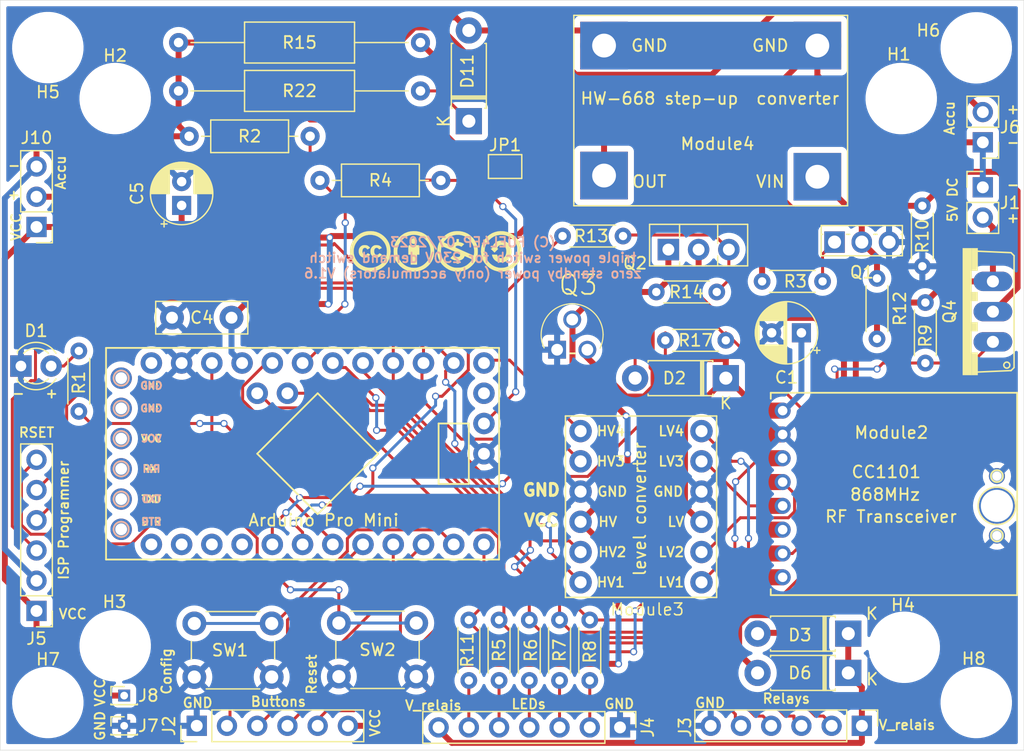
<source format=kicad_pcb>
(kicad_pcb (version 20211014) (generator pcbnew)
  (title_block (title "HB-UNI-SenAct-4-4-SC_DS_FUEL4EP_PCB") (date "2023-07-28") (rev "1.6") (company "FUEL4EP"))
  (layers (0 "F.Cu" signal) (31 "B.Cu" signal) (34 "B.Paste" user) (35 "F.Paste" user) (36 "B.SilkS" user "B.Silkscreen") (37 "F.SilkS" user "F.Silkscreen") (38 "B.Mask" user) (39 "F.Mask" user) (44 "Edge.Cuts" user))
  (net 0 "")
  (net 1 "GND")
  (net 2 "/LDO_3.3V")
  (net 3 "VCC")
  (net 4 "Net-(D1-Pad2)")
  (net 5 "Net-(D2-Pad2)")
  (net 6 "/V_relais")
  (net 7 "/minusBAT")
  (net 8 "Net-(D11-Pad1)")
  (net 9 "/D9")
  (net 10 "/D7")
  (net 11 "/D6")
  (net 12 "/D5")
  (net 13 "/A3")
  (net 14 "/A1")
  (net 15 "/A0")
  (net 16 "/RSET")
  (net 17 "/MISO")
  (net 18 "/SCK")
  (net 19 "/MOSI")
  (net 20 "/plusBAT")
  (net 21 "/SS")
  (net 27 "/D2")
  (net 28 "/D3")
  (net 29 "Net-(Module1-Pad7C)")
  (net 37 "Net-(Module2-Pad5C)")
  (net 38 "Net-(Module2-Pad4C)")
  (net 39 "Net-(Module2-Pad3C)")
  (net 40 "Net-(Module2-Pad8C)")
  (net 41 "Net-(Q1-Pad1)")
  (net 42 "Net-(Q2-Pad3)")
  (net 43 "/A6")
  (net 44 "/A5")
  (net 45 "/A4")
  (net 46 "/Config")
  (net 47 "/LED_Charging")
  (net 48 "/LED_Heating")
  (net 49 "/LED_Monitor")
  (net 50 "/LED_Hifiberry")
  (net 51 "/LED_AC_supply")
  (net 52 "/V_supply")
  (net 53 "/V_CH")
  (net 54 "/VCC_S")
  (net 56 "unconnected-(Module2-Pad6C)")
  (net 57 "/A2")
  (net 58 "/Vcharge")
  (footprint "Capacitor_THT:C_Disc_D7.5mm_W2.5mm_P5.00mm" (layer "F.Cu") (at 19.431 -36.33 180)
    (fp_text reference "C4")
    (fp_text value "100n")
  )
  (footprint "Capacitor_THT:CP_Radial_D5.0mm_P2.00mm" (layer "F.Cu") (at 15.24 -45.76 90)
    (fp_text reference "C5")
    (fp_text value "10u")
  )
  (footprint "LED_THT:LED_D3.0mm" (layer "F.Cu") (at 1.738 -32.266)
    (fp_text reference "D1")
    (fp_text value "LED")
  )
  (footprint "Diode_THT:D_DO-41_SOD81_P7.62mm_Horizontal" (layer "F.Cu") (at 60.96 -31.25 180)
    (fp_text reference "D2")
    (fp_text value "1N5819")
  )
  (footprint "Diode_THT:D_DO-41_SOD81_P7.62mm_Horizontal" (layer "F.Cu") (at 71.247 -9.787 180)
    (fp_text reference "D3")
    (fp_text value "1N5819")
  )
  (footprint "Diode_THT:D_DO-41_SOD81_P7.62mm_Horizontal" (layer "F.Cu") (at 71.247 -6.485 180)
    (fp_text reference "D6")
    (fp_text value "1N5819")
  )
  (footprint "Diode_THT:D_DO-41_SOD81_P7.62mm_Horizontal" (layer "F.Cu") (at 39.37 -52.84 90)
    (fp_text reference "D11")
    (fp_text value "1N4735A 6.2V")
  )
  (footprint "FUEL4EP:MountingHole_M3" (layer "F.Cu") (at 75.697 -54.739)
    (fp_text reference "H1")
    (fp_text value "MountingHole")
  )
  (footprint "FUEL4EP:MountingHole_M3" (layer "F.Cu") (at 9.657 -8.765)
    (fp_text reference "H3")
    (fp_text value "MountingHole")
  )
  (footprint "FUEL4EP:MountingHole_M3" (layer "F.Cu") (at 75.951 -8.638)
    (fp_text reference "H4")
    (fp_text value "MountingHole")
  )
  (footprint "Connector_PinHeader_2.54mm:PinHeader_1x06_P2.54mm_Vertical" (layer "F.Cu") (at 16.51 -2.04 90)
    (fp_text reference "J2")
    (fp_text value "4x Push Buttons")
  )
  (footprint "Connector_PinHeader_2.54mm:PinHeader_1x07_P2.54mm_Vertical" (layer "F.Cu") (at 52.07 -1.907 -90)
    (fp_text reference "J4")
    (fp_text value "5x LEDs")
  )
  (footprint "Connector_PinHeader_2.54mm:PinHeader_1x06_P2.54mm_Vertical" (layer "F.Cu") (at 3.048 -11.692 180)
    (fp_text reference "J5")
    (fp_text value "ISP Programmer")
  )
  (footprint "Connector_PinHeader_2.54mm:PinHeader_1x02_P2.54mm_Vertical" (layer "F.Cu") (at 82.55 -51.062 180)
    (fp_text reference "J6")
    (fp_text value "Accumulator")
  )
  (footprint "Connector_PinHeader_2.54mm:PinHeader_1x03_P2.54mm_Vertical" (layer "F.Cu") (at 3.048 -43.95 180)
    (fp_text reference "J10")
    (fp_text value "charge")
  )
  (footprint "Jumper:SolderJumper-2_P1.3mm_Bridged2Bar_Pad1.0x1.5mm" (layer "F.Cu") (at 42.418 -49.03)
    (fp_text reference "JP1")
    (fp_text value "Jumper")
  )
  (footprint "FUEL4EP:CC-BY-ND-SA" (layer "F.Cu") (at 36.576 -41.918)
    (fp_text reference "LOGO1" hide)
    (fp_text value "Logo_Open_Hardware_Small" hide)
  )
  (footprint "FUEL4EP:CC1101" (layer "F.Cu") (at 63.235 -30.02)
    (fp_text reference "Module2")
    (fp_text value "CC1101_transceiver_module")
  )
  (footprint "Package_TO_SOT_THT:TO-251-3_Vertical" (layer "F.Cu") (at 70.093 -42.68)
    (fp_text reference "Q1")
    (fp_text value "IRLU024N")
  )
  (footprint "Resistor_THT:R_Axial_DIN0204_L3.6mm_D1.6mm_P5.08mm_Horizontal" (layer "F.Cu") (at 6.604 -33.536 -90)
    (fp_text reference "R1")
    (fp_text value "330")
  )
  (footprint "Resistor_THT:R_Axial_DIN0207_L6.3mm_D2.5mm_P10.16mm_Horizontal" (layer "F.Cu") (at 26.035 -51.57 180)
    (fp_text reference "R2")
    (fp_text value "470k")
  )
  (footprint "Resistor_THT:R_Axial_DIN0204_L3.6mm_D1.6mm_P5.08mm_Horizontal" (layer "F.Cu") (at 52.324 -43.188 180)
    (fp_text reference "R13")
    (fp_text value "1k")
  )
  (footprint "Resistor_THT:R_Axial_DIN0204_L3.6mm_D1.6mm_P5.08mm_Horizontal" (layer "F.Cu") (at 55.118 -38.489)
    (fp_text reference "R14")
    (fp_text value "1k")
  )
  (footprint "Resistor_THT:R_Axial_DIN0204_L3.6mm_D1.6mm_P5.08mm_Horizontal" (layer "F.Cu") (at 60.96 -34.425 180)
    (fp_text reference "R17")
    (fp_text value "10k")
  )
  (footprint "Resistor_THT:R_Axial_DIN0309_L9.0mm_D3.2mm_P20.32mm_Horizontal" (layer "F.Cu") (at 14.986 -55.38)
    (fp_text reference "R22")
    (fp_text value "2.7")
  )
  (footprint "Button_Switch_THT:SW_PUSH_6mm_H4.3mm" (layer "F.Cu") (at 22.808 -6.14 180)
    (fp_text reference "SW1")
    (fp_text value "SW_Push")
  )
  (footprint "FUEL4EP:MountingHole_M3" (layer "F.Cu") (at 9.657 -54.739)
    (fp_text reference "H2")
    (fp_text value "MountingHole")
  )
  (footprint "FUEL4EP:ArduinoProMini" (layer "F.Cu") (at 41.91 -16.01 180)
    (fp_text reference "Module1" hide)
    (fp_text value "Arduino_Pro_Mini_328P_1")
  )
  (footprint "Resistor_THT:R_Axial_DIN0204_L3.6mm_D1.6mm_P5.08mm_Horizontal" (layer "F.Cu") (at 64.008 -39.378)
    (fp_text reference "R3")
    (fp_text value "100K")
  )
  (footprint "Connector_PinHeader_2.54mm:PinHeader_1x02_P2.54mm_Vertical" (layer "F.Cu") (at 82.55 -47.282)
    (fp_text reference "J1")
    (fp_text value "5V  supply")
  )
  (footprint "FUEL4EP:TO220V" (layer "F.Cu") (at 80.858 -36.838 90)
    (fp_text reference "Q4")
    (fp_text value "IRF9Z34N")
  )
  (footprint "Resistor_THT:R_Axial_DIN0204_L3.6mm_D1.6mm_P5.08mm_Horizontal" (layer "F.Cu") (at 41.91 -10.93 -90)
    (fp_text reference "R5")
    (fp_text value "470")
  )
  (footprint "Resistor_THT:R_Axial_DIN0204_L3.6mm_D1.6mm_P5.08mm_Horizontal" (layer "F.Cu") (at 44.45 -10.93 -90)
    (fp_text reference "R6")
    (fp_text value "470")
  )
  (footprint "Resistor_THT:R_Axial_DIN0204_L3.6mm_D1.6mm_P5.08mm_Horizontal" (layer "F.Cu") (at 46.99 -10.93 -90)
    (fp_text reference "R7")
    (fp_text value "470")
  )
  (footprint "Resistor_THT:R_Axial_DIN0204_L3.6mm_D1.6mm_P5.08mm_Horizontal" (layer "F.Cu") (at 49.53 -10.93 -90)
    (fp_text reference "R8")
    (fp_text value "470")
  )
  (footprint "Resistor_THT:R_Axial_DIN0204_L3.6mm_D1.6mm_P5.08mm_Horizontal" (layer "F.Cu") (at 77.724 -37.6 -90)
    (fp_text reference "R9")
    (fp_text value "4.7k")
  )
  (footprint "Resistor_THT:R_Axial_DIN0204_L3.6mm_D1.6mm_P5.08mm_Horizontal" (layer "F.Cu") (at 77.47 -45.728 -90)
    (fp_text reference "R10")
    (fp_text value "1k")
  )
  (footprint "Resistor_THT:R_Axial_DIN0204_L3.6mm_D1.6mm_P5.08mm_Horizontal" (layer "F.Cu") (at 39.37 -10.93 -90)
    (fp_text reference "R11")
    (fp_text value "470")
  )
  (footprint "FUEL4EP:MountingHole_M3" (layer "F.Cu") (at 4 -59.02)
    (fp_text reference "H5")
    (fp_text value "MountingHole")
  )
  (footprint "FUEL4EP:MountingHole_M3" (layer "F.Cu") (at 4 -4)
    (fp_text reference "H7")
    (fp_text value "MountingHole")
  )
  (footprint "FUEL4EP:MountingHole_M3" (layer "F.Cu") (at 82 -4)
    (fp_text reference "H8")
    (fp_text value "MountingHole")
  )
  (footprint "Capacitor_THT:CP_Radial_D5.0mm_P2.50mm" (layer "F.Cu") (at 67.31 -35.06 180)
    (fp_text reference "C1")
    (fp_text value "10uF")
  )
  (footprint "FUEL4EP:MountingHole_M3" (layer "F.Cu") (at 82 -59)
    (fp_text reference "H6")
    (fp_text value "MountingHole")
  )
  (footprint "Connector_PinHeader_2.54mm:PinHeader_1x06_P2.54mm_Vertical" (layer "F.Cu") (at 72.39 -2.04 -90)
    (fp_text reference "J3")
    (fp_text value "4x Relais")
  )
  (footprint "Package_TO_SOT_THT:TO-126-3_Vertical" (layer "F.Cu") (at 56.134 -42.051)
    (fp_text reference "Q2")
    (fp_text value "BD238")
  )
  (footprint "FUEL4EP:4_channel_LOGIC_LEVEL_CONVERTER" (layer "F.Cu") (at 53.837 -20.449 180)
    (fp_text reference "Module3")
    (fp_text value "4_channel_LOGIC_LEVEL_CONVERTER" hide)
  )
  (footprint "Connector_PinHeader_1.27mm:PinHeader_1x01_P1.27mm_Vertical" (layer "F.Cu") (at 10.414 -2.04)
    (fp_text reference "J7")
    (fp_text value "GND")
  )
  (footprint "Resistor_THT:R_Axial_DIN0207_L6.3mm_D2.5mm_P10.16mm_Horizontal" (layer "F.Cu") (at 26.8605 -47.8616)
    (fp_text reference "R4")
    (fp_text value "100k")
  )
  (footprint "Button_Switch_THT:SW_PUSH_6mm_H4.3mm" (layer "F.Cu") (at 28.448 -10.676)
    (fp_text reference "SW2")
    (fp_text value "SW_Push")
  )
  (footprint "FUEL4EP:HW-668_step-up" (layer "F.Cu") (at 48.19 -61.73)
    (fp_text reference "Module4")
    (fp_text value "HW-668_step_up")
  )
  (footprint "FUEL4EP:TO127P254X533-3" (layer "F.Cu") (at 49.3268 -36.1776)
    (fp_text reference "Q3")
    (fp_text value "MCP1702-3302E/TO")
  )
  (footprint "Resistor_THT:R_Axial_DIN0309_L9.0mm_D3.2mm_P20.32mm_Horizontal" (layer "F.Cu") (at 14.986 -59.444)
    (fp_text reference "R15")
    (fp_text value "22")
  )
  (footprint "Connector_PinHeader_1.27mm:PinHeader_1x01_P1.27mm_Vertical" (layer "F.Cu") (at 10.414 -4.58)
    (fp_text reference "J8")
    (fp_text value "VCC")
  )
  (footprint "Resistor_THT:R_Axial_DIN0204_L3.6mm_D1.6mm_P5.08mm_Horizontal" (layer "F.Cu") (at 73.66 -39.632 -90)
    (fp_text reference "R12")
    (fp_text value "4.7k")
  )
  (gr_line (start 0 0) (end 0 -63) (layer "Edge.Cuts") (width 0.0381))
  (gr_line (start 0 -63) (end 86 -63) (layer "Edge.Cuts") (width 0.0381))
  (gr_line (start 86 -63) (end 86 0) (layer "Edge.Cuts") (width 0.0381))
  (gr_line (start 86 0) (end 0 0) (layer "Edge.Cuts") (width 0.0381))
  (gr_text "(C) FUEL4EP 07/2023\ntriple power switch for 230V demand switch\nzero standby power (only accumulators) V1.6" (at 39.7002 -41.3592) (layer "B.SilkS") (effects (font (size 0.8128 0.8128) (thickness 0.1524)) (justify mirror)))
  (gr_text "GND" (at 59.6392 -3.9704) (layer "F.SilkS") (effects (font (size 0.8128 0.8128) (thickness 0.1524))))
  (gr_text "V_relais\n" (at 76.1746 -2.1162) (layer "F.SilkS") (effects (font (size 0.8128 0.8128) (thickness 0.1524))))
  (gr_text "-\n" (at 1.524 -29.98) (layer "F.SilkS") (effects (font (size 0.8128 0.8128) (thickness 0.1524))))
  (gr_text "VCC\n" (at 31.496 -2.294 90) (layer "F.SilkS") (effects (font (size 0.8128 0.8128) (thickness 0.1524))))
  (gr_text "GND" (at 45.466 -21.852) (layer "F.SilkS") (effects (font (size 1 1) (thickness 0.25))))
  (gr_text "V_relais\n" (at 36.3855 -3.7545) (layer "F.SilkS") (effects (font (size 0.8128 0.8128) (thickness 0.1524))))
  (gr_text "Buttons" (at 23.368 -4.072) (layer "F.SilkS") (effects (font (size 0.8128 0.8128) (thickness 0.1524))))
  (gr_text "VCC" (at 1.3462 -43.95 90) (layer "F.SilkS") (effects (font (size 0.8128 0.8128) (thickness 0.1524))))
  (gr_text "VCC" (at 6.096 -11.438) (layer "F.SilkS") (effects (font (size 0.8128 0.8128) (thickness 0.1524))))
  (gr_text "+\n" (at 4.318 -29.98) (layer "F.SilkS") (effects (font (size 0.8128 0.8128) (thickness 0.1524))))
  (gr_text "LEDs" (at 44.3992 -3.8688) (layer "F.SilkS") (effects (font (size 0.8128 0.8128) (thickness 0.1524))))
  (gr_text "-" (at 85.09 -51.062) (layer "F.SilkS") (effects (font (size 0.8128 0.8128) (thickness 0.1524))))
  (gr_text "GND" (at 8.382 -2.04 90) (layer "F.SilkS") (effects (font (size 0.8128 0.8128) (thickness 0.1524))))
  (gr_text "Accu" (at 5.08 -48.522 90) (layer "F.SilkS") (effects (font (size 0.8128 0.8128) (thickness 0.1524))))
  (gr_text "RSET" (at 3.048 -26.678) (layer "F.SilkS") (effects (font (size 0.8128 0.8128) (thickness 0.1524))))
  (gr_text "+\n" (at 85.09 -44.712) (layer "F.SilkS") (effects (font (size 0.8128 0.8128) (thickness 0.1524))))
  (gr_text "ISP Programmer\n" (at 5.334 -19.312 90) (layer "F.SilkS") (effects (font (size 0.8128 0.8128) (thickness 0.1524))))
  (gr_text "Relays" (at 66.04 -4.326) (layer "F.SilkS") (effects (font (size 0.8128 0.8128) (thickness 0.1524))))
  (gr_text "GND" (at 52.0065 -3.8815) (layer "F.SilkS") (effects (font (size 0.8128 0.8128) (thickness 0.1524))))
  (gr_text "-" (at 1.1684 -49.1316) (layer "F.SilkS") (effects (font (size 0.8128 0.8128) (thickness 0.1524))))
  (gr_text "Accu" (at 79.756 -53.094 90) (layer "F.SilkS") (effects (font (size 0.8128 0.8128) (thickness 0.1524))))
  (gr_text "VCC\n" (at 8.382 -4.834 90) (layer "F.SilkS") (effects (font (size 0.8128 0.8128) (thickness 0.1524))))
  (gr_text "Config\n" (at 13.97 -6.612 90) (layer "F.SilkS") (effects (font (size 0.8128 0.8128) (thickness 0.1524))))
  (gr_text "Reset\n" (at 26.162 -6.358 90) (layer "F.SilkS") (effects (font (size 0.8128 0.8128) (thickness 0.1524))))
  (gr_text "-" (at 85.09 -47.506) (layer "F.SilkS") (effects (font (size 0.8128 0.8128) (thickness 0.1524))))
  (gr_text "+\n" (at 85.09 -53.856) (layer "F.SilkS") (effects (font (size 0.8128 0.8128) (thickness 0.1524))))
  (gr_text "GND" (at 16.5862 -3.9704) (layer "F.SilkS") (effects (font (size 0.8128 0.8128) (thickness 0.1524))))
  (gr_text "5V DC" (at 80.01 -46.236 90) (layer "F.SilkS") (effects (font (size 0.8128 0.8128) (thickness 0.1524))))
  (gr_text "VCC\n" (at 45.466 -19.312) (layer "F.SilkS") (effects (font (size 1 1) (thickness 0.25))))
  (gr_text "+\n" (at 1.143 -46.6678) (layer "F.SilkS") (effects (font (size 0.8128 0.8128) (thickness 0.1524))))
  (segment (start 65.735 -26.52) (end 64.801 -26.52) (width 0.5) (layer "F.Cu") (net 1))
  (segment (start 65.735 -28.52) (end 64.349998 -28.52) (width 0.5) (layer "F.Cu") (net 2))
  (segment (start 63.817 -28.52) (end 61.087 -31.25) (width 0.5) (layer "F.Cu") (net 2))
  (segment (start 54.890001 -31.994001) (end 54.890001 -30.505999) (width 0.5) (layer "F.Cu") (net 2))
  (segment (start 57.527199 -27.817199) (end 57.527199 -20.458801) (width 0.5) (layer "F.Cu") (net 2))
  (segment (start 64.735 -28.52) (end 63.817 -28.52) (width 0.5) (layer "F.Cu") (net 2))
  (segment (start 55.327999 -36.210001) (end 54.729999 -35.612001) (width 0.5) (layer "F.Cu") (net 2))
  (segment (start 54.084001 -29.699999) (end 52.595999 -29.699999) (width 0.5) (layer "F.Cu") (net 2))
  (segment (start 54.729999 -35.612001) (end 54.729999 -32.154003) (width 0.5) (layer "F.Cu") (net 2))
  (segment (start 60.96 -32.85) (end 59.36 -32.85) (width 0.5) (layer "F.Cu") (net 2))
  (segment (start 54.890001 -30.505999) (end 54.084001 -29.699999) (width 0.5) (layer "F.Cu") (net 2))
  (segment (start 60.96 -31.25) (end 57.527199 -27.817199) (width 0.5) (layer "F.Cu") (net 2))
  (segment (start 59.36 -32.85) (end 57.599999 -34.610001) (width 0.5) (layer "F.Cu") (net 2))
  (segment (start 60.96 -31.25) (end 60.96 -32.85) (width 0.5) (layer "F.Cu") (net 2))
  (segment (start 57.599999 -36.210001) (end 55.327999 -36.210001) (width 0.5) (layer "F.Cu") (net 2))
  (segment (start 57.599999 -34.610001) (end 57.599999 -36.210001) (width 0.5) (layer "F.Cu") (net 2))
  (segment (start 54.729999 -32.154003) (end 54.890001 -31.994001) (width 0.5) (layer "F.Cu") (net 2))
  (segment (start 52.595999 -29.699999) (end 49.022 -33.273998) (width 0.5) (layer "F.Cu") (net 2))
  (segment (start 57.527199 -20.458801) (end 58.801 -19.185) (width 0.5) (layer "F.Cu") (net 2))
  (segment (start 67.31 -29.98) (end 65.786 -28.456) (width 0.5) (layer "B.Cu") (net 2))
  (segment (start 67.31 -35.06) (end 67.31 -29.98) (width 0.5) (layer "B.Cu") (net 2))
  (segment (start 56.134 -39.505) (end 55.118 -38.489) (width 0.5) (layer "F.Cu") (net 3))
  (segment (start 62.745001 -44.196999) (end 64.008 -42.934) (width 0.5) (layer "F.Cu") (net 3))
  (segment (start 51.943002 -7.247) (end 38.41161 -7.247) (width 0.5) (layer "F.Cu") (net 3))
  (segment (start 20.574 -37.473) (end 27.134736 -37.473) (width 0.5) (layer "F.Cu") (net 3))
  (segment (start 27.813001 -43.188) (end 43.434 -43.188) (width 0.5) (layer "F.Cu") (net 3))
  (segment (start 27.686001 -43.061) (end 16.256 -43.061) (width 0.5) (layer "F.Cu") (net 3))
  (segment (start 48.076699 -32.576301) (end 48.076699 -36.005301) (width 0.5) (layer "F.Cu") (net 3))
  (segment (start 51.943 -15.993) (end 51.943 -11.555) (width 0.5) (layer "F.Cu") (net 3))
  (segment (start 15.24 -45.76) (end 15.24 -44.077) (width 0.5) (layer "F.Cu") (net 3))
  (segment (start 33.20461 -2.04) (end 29.21 -2.04) (width 0.5) (layer "F.Cu") (net 3))
  (segment (start 52.705 -23.127) (end 52.705 -24.9) (width 0.5) (layer "F.Cu") (net 3))
  (segment (start 3.048 -10.342) (end 8.81 -4.58) (width 0.5) (layer "F.Cu") (net 3))
  (segment (start 8.81 -4.58) (end 10.414 -4.58) (width 0.5) (layer "F.Cu") (net 3))
  (segment (start 50.292 -45.474) (end 50.292 -38.489) (width 0.5) (layer "F.Cu") (net 3))
  (segment (start 38.41161 -7.247) (end 33.20461 -2.04) (width 0.5) (layer "F.Cu") (net 3))
  (segment (start 43.068 -48.126) (end 43.068 -49.03) (width 0.5) (layer "F.Cu") (net 3))
  (segment (start 50.292 -45.474) (end 45.72 -45.474) (width 0.5) (layer "F.Cu") (net 3))
  (segment (start 52.578 -28.075) (end 48.076699 -32.576301) (width 0.5) (layer "F.Cu") (net 3))
  (segment (start 53.34 -45.474) (end 50.292 -45.474) (width 0.5) (layer "F.Cu") (net 3))
  (segment (start 54.61 -44.204) (end 57.418002 -44.204) (width 0.5) (layer "F.Cu") (net 3))
  (segment (start 48.757 -19.179) (end 51.943 -15.993) (width 0.5) (layer "F.Cu") (net 3))
  (segment (start 27.134736 -37.473) (end 27.559 -37.473) (width 0.5) (layer "F.Cu") (net 3))
  (segment (start 27.686001 -43.061) (end 27.813001 -43.188) (width 0.5) (layer "F.Cu") (net 3))
  (segment (start 53.34 -45.474) (end 54.61 -44.204) (width 0.5) (layer "F.Cu") (net 3))
  (segment (start 57.411001 -44.196999) (end 62.745001 -44.196999) (width 0.5) (layer "F.Cu") (net 3))
  (segment (start 3.048 -11.692) (end 3.048 -10.342) (width 0.5) (layer "F.Cu") (net 3))
  (segment (start 48.757 -19.179) (end 52.705 -23.127) (width 0.5) (layer "F.Cu") (net 3))
  (segment (start 64.008 -42.934) (end 64.008 -39.378) (width 0.5) (layer "F.Cu") (net 3))
  (segment (start 45.72 -45.474) (end 43.068 -48.126) (width 0.5) (layer "F.Cu") (net 3))
  (segment (start 3.048 -43.95) (end 0.388 -41.29) (width 0.5) (layer "F.Cu") (net 3))
  (segment (start 0.388 -41.29) (end 0.388 -14.352) (width 0.5) (layer "F.Cu") (net 3))
  (segment (start 56.134 -42.051) (end 56.134 -39.505) (width 0.5) (layer "F.Cu") (net 3))
  (segment (start 19.558 -36.457) (end 20.574 -37.473) (width 0.5) (layer "F.Cu") (net 3))
  (segment (start 55.118 -38.489) (end 50.292 -38.489) (width 0.5) (layer "F.Cu") (net 3))
  (segment (start 0.388 -14.352) (end 3.048 -11.692) (width 0.5) (layer "F.Cu") (net 3))
  (segment (start 43.434 -43.188) (end 45.72 -45.474) (width 0.5) (layer "F.Cu") (net 3))
  (segment (start 57.418002 -44.204) (end 57.411001 -44.196999) (width 0.5) (layer "F.Cu") (net 3))
  (segment (start 50.292 -38.489) (end 48.006 -36.203) (width 0.5) (layer "F.Cu") (net 3))
  (segment (start 15.24 -44.077) (end 15.113 -43.95) (width 0.5) (layer "F.Cu") (net 3))
  (segment (start 16.256 -43.061) (end 15.24 -44.077) (width 0.5) (layer "F.Cu") (net 3))
  (segment (start 15.113 -43.95) (end 3.048 -43.95) (width 0.5) (layer "F.Cu") (net 3))
  (via (at 51.943002 -7.247) (size 0.6) (drill 0.4) (layers "F.Cu" "B.Cu") (net 3))
  (via (at 27.686001 -43.061) (size 0.6) (drill 0.4) (layers "F.Cu" "B.Cu") (net 3))
  (via (at 27.559 -37.473) (size 0.6) (drill 0.4) (layers "F.Cu" "B.Cu") (net 3))
  (via (at 51.943 -11.555) (size 0.6) (drill 0.4) (layers "F.Cu" "B.Cu") (net 3))
  (via (at 52.578 -28.075) (size 0.6) (drill 0.4) (layers "F.Cu" "B.Cu") (net 3))
  (via (at 52.705 -24.9) (size 0.6) (drill 0.4) (layers "F.Cu" "B.Cu") (net 3))
  (segment (start 27.686001 -37.600001) (end 27.559 -37.473) (width 0.5) (layer "B.Cu") (net 3))
  (segment (start 52.705 -24.9) (end 52.705 -27.948) (width 0.5) (layer "B.Cu") (net 3))
  (segment (start 19.431 -33.409) (end 20.32 -32.52) (width 0.5) (layer "B.Cu") (net 3))
  (segment (start 51.943 -11.555) (end 51.943 -7.247002) (width 0.5) (layer "B.Cu") (net 3))
  (segment (start 52.705 -27.948) (end 52.578 -28.075) (width 0.5) (layer "B.Cu") (net 3))
  (segment (start 19.431 -36.33) (end 19.431 -33.409) (width 0.5) (layer "B.Cu") (net 3))
  (segment (start 27.686001 -43.061) (end 27.686001 -37.600001) (width 0.5) (layer "B.Cu") (net 3))
  (segment (start 51.943 -7.247002) (end 51.943002 -7.247) (width 0.5) (layer "B.Cu") (net 3))
  (segment (start 5.334 -32.266) (end 4.278 -32.266) (width 0.25) (layer "F.Cu") (net 4))
  (segment (start 6.604 -33.536) (end 5.334 -32.266) (width 0.25) (layer "F.Cu") (net 4))
  (segment (start 60.96 -35.06) (end 67.691 -28.329) (width 0.25) (layer "F.Cu") (net 5))
  (segment (start 66.548 -16.518) (end 64.516 -16.518) (width 0.25) (layer "F.Cu") (net 5))
  (segment (start 67.691 -28.329) (end 67.691 -17.661) (width 0.25) (layer "F.Cu") (net 5))
  (segment (start 67.691 -17.661) (end 66.548 -16.518) (width 0.25) (layer "F.Cu") (net 5))
  (segment (start 58.674 -37.092) (end 60.96 -34.806) (width 0.25) (layer "F.Cu") (net 5))
  (segment (start 54.991 -37.092) (end 58.674 -37.092) (width 0.25) (layer "F.Cu") (net 5))
  (segment (start 53.34 -35.441) (end 54.991 -37.092) (width 0.25) (layer "F.Cu") (net 5))
  (segment (start 53.34 -31.25) (end 53.34 -35.441) (width 0.25) (layer "F.Cu") (net 5))
  (segment (start 71.247 -9.787) (end 71.247 -6.4215) (width 0.5) (layer "F.Cu") (net 6))
  (segment (start 72.39 -2.04) (end 72.39 -0.69) (width 0.5) (layer "F.Cu") (net 6))
  (segment (start 72.306999 -0.606999) (end 37.945501 -0.606999) (width 0.5) (layer "F.Cu") (net 6))
  (segment (start 72.39 -5.2785) (end 72.39 -2.167) (width 0.5) (layer "F.Cu") (net 6))
  (segment (start 37.945501 -0.606999) (end 36.8935 -1.659) (width 0.5) (layer "F.Cu") (net 6))
  (segment (start 71.247 -6.4215) (end 72.39 -5.2785) (width 0.5) (layer "F.Cu") (net 6))
  (segment (start 72.39 -0.69) (end 72.306999 -0.606999) (width 0.5) (layer "F.Cu") (net 6))
  (segment (start 73.66 -39.632) (end 73.66 -41.403) (width 0.5) (layer "F.Cu") (net 7))
  (segment (start 71.751 -44.712) (end 72.383 -44.08) (width 0.5) (layer "F.Cu") (net 7))
  (segment (start 72.383 -44.08) (end 72.383 -42.68) (width 0.5) (layer "F.Cu") (net 7))
  (segment (start 11.881803 -61.559999) (end 3.048 -52.726196) (width 0.5) (layer "F.Cu") (net 7))
  (segment (start 68.65 -56.69) (end 72.383 -52.957) (width 0.5) (layer "F.Cu") (net 7))
  (segment (start 68.65 -59.19) (end 65.278 -55.818) (width 0.5) (layer "F.Cu") (net 7))
  (segment (start 72.383 -51.055) (end 72.383 -52.957) (width 0.5) (layer "F.Cu") (net 7))
  (segment (start 3.048 -52.726196) (end 3.048 -49.03) (width 0.5) (layer "F.Cu") (net 7))
  (segment (start 39.37 -60.46) (end 38.270001 -61.559999) (width 0.5) (layer "F.Cu") (net 7))
  (segment (start 65.278 -55.818) (end 65.278 -46.744) (width 0.5) (layer "F.Cu") (net 7))
  (segment (start 67.31 -44.712) (end 71.751 -44.712) (width 0.5) (layer "F.Cu") (net 7))
  (segment (start 65.278 -46.744) (end 67.31 -44.712) (width 0.5) (layer "F.Cu") (net 7))
  (segment (start 72.39 -51.062) (end 72.383 -51.055) (width 0.5) (layer "F.Cu") (net 7))
  (segment (start 73.66 -41.403) (end 72.383 -42.68) (width 0.5) (layer "F.Cu") (net 7))
  (segment (start 68.65 -59.19) (end 68.65 -56.69) (width 0.5) (layer "F.Cu") (net 7))
  (segment (start 38.270001 -61.559999) (end 11.881803 -61.559999) (width 0.5) (layer "F.Cu") (net 7))
  (segment (start 49.46 -60.46) (end 39.37 -60.46) (width 0.5) (layer "F.Cu") (net 7))
  (segment (start 82.55 -51.062) (end 72.39 -51.062) (width 0.5) (layer "F.Cu") (net 7))
  (segment (start 68.65 -59.19) (end 50.73 -59.19) (width 4) (layer "B.Cu") (net 7))
  (segment (start 82.55 -47.282) (end 82.55 -51.062) (width 0.5) (layer "B.Cu") (net 7))
  (segment (start 3.048 -49.03) (end 0.388 -46.37) (width 0.5) (layer "B.Cu") (net 7))
  (segment (start 0.388 -16.892) (end 3.048 -14.232) (width 0.5) (layer "B.Cu") (net 7))
  (segment (start 0.388 -46.37) (end 0.388 -16.892) (width 0.5) (layer "B.Cu") (net 7))
  (segment (start 35.306 -55.38) (end 36.83 -55.38) (width 0.25) (layer "F.Cu") (net 8))
  (segment (start 36.83 -55.38) (end 39.37 -52.84) (width 0.25) (layer "F.Cu") (net 8))
  (segment (start 29.718 -3.31) (end 27.432 -3.31) (width 0.25) (layer "F.Cu") (net 9))
  (segment (start 40.64 -14.232) (end 29.718 -3.31) (width 0.25) (layer "F.Cu") (net 9))
  (segment (start 27.432 -3.31) (end 26.67 -2.548) (width 0.25) (layer "F.Cu") (net 9))
  (segment (start 40.64 -17.28) (end 40.64 -14.232) (width 0.25) (layer "F.Cu") (net 9))
  (segment (start 33.623 -8.739) (end 28.702 -3.818) (width 0.25) (layer "F.Cu") (net 10))
  (segment (start 35.56 -17.28) (end 33.623 -15.343) (width 0.25) (layer "F.Cu") (net 10))
  (segment (start 25.908 -3.818) (end 24.13 -2.04) (width 0.25) (layer "F.Cu") (net 10))
  (segment (start 33.623 -15.343) (end 33.623 -8.739) (width 0.25) (layer "F.Cu") (net 10))
  (segment (start 28.702 -3.818) (end 25.908 -3.818) (width 0.25) (layer "F.Cu") (net 10))
  (segment (start 33.02 -17.28) (end 33.02 -13.374167) (width 0.25) (layer "F.Cu") (net 11))
  (segment (start 33.02 -13.374167) (end 21.685833 -2.04) (width 0.25) (layer "F.Cu") (net 11))
  (segment (start 30.48 -17.28) (end 24.133 -10.933) (width 0.25) (layer "F.Cu") (net 12))
  (segment (start 24.133 -9.663) (end 19.304 -4.834) (width 0.25) (layer "F.Cu") (net 12))
  (segment (start 24.133 -10.933) (end 24.133 -9.663) (width 0.25) (layer "F.Cu") (net 12))
  (segment (start 19.304 -4.834) (end 19.304 -2.04) (width 0.25) (layer "F.Cu") (net 12))
  (segment (start 81.62 -32.52) (end 83.398 -34.298) (width 0.25) (layer "F.Cu") (net 13))
  (segment (start 41.91 -8.263) (end 39.37 -10.803) (width 0.25) (layer "F.Cu") (net 13))
  (segment (start 59.710505 -12.384188) (end 58.123495 -12.384188) (width 0.25) (layer "F.Cu") (net 13))
  (segment (start 39.37 -10.93) (end 41.865001 -13.425001) (width 0.25) (layer "F.Cu") (net 13))
  (segment (start 41.187359 -18.505001) (end 38.970499 -18.505001) (width 0.25) (layer "F.Cu") (net 13))
  (segment (start 70.308502 -17.6135) (end 70.308502 -32.012) (width 0.25) (layer "F.Cu") (net 13))
  (segment (start 65.657002 -12.962) (end 70.308502 -17.6135) (width 0.25) (layer "F.Cu") (net 13))
  (segment (start 29.170511 -28.304989) (end 21.452009 -28.304989) (width 0.25) (layer "F.Cu") (net 13))
  (segment (start 58.123495 -12.384188) (end 57.545684 -12.962) (width 0.25) (layer "F.Cu") (net 13))
  (segment (start 54.61 -12.962) (end 53.34 -11.692) (width 0.25) (layer "F.Cu") (net 13))
  (segment (start 73.66 -32.012) (end 74.168 -32.52) (width 0.25) (layer "F.Cu") (net 13))
  (segment (start 21.452009 -28.304989) (end 20.364999 -29.391999) (width 0.25) (layer "F.Cu") (net 13))
  (segment (start 20.364999 -30.532999) (end 22.352 -32.52) (width 0.25) (layer "F.Cu") (net 13))
  (segment (start 65.657002 -12.962) (end 60.288316 -12.962) (width 0.25) (layer "F.Cu") (net 13))
  (segment (start 70.308502 -32.012) (end 70.104 -32.012) (width 0.25) (layer "F.Cu") (net 13))
  (segment (start 57.545684 -12.962) (end 54.61 -12.962) (width 0.25) (layer "F.Cu") (net 13))
  (segment (start 60.288316 -12.962) (end 59.710505 -12.384188) (width 0.25) (layer "F.Cu") (net 13))
  (segment (start 41.865001 -17.827359) (end 41.187359 -18.505001) (width 0.25) (layer "F.Cu") (net 13))
  (segment (start 74.168 -32.52) (end 77.724 -32.52) (width 0.25) (layer "F.Cu") (net 13))
  (segment (start 38.970499 -18.505001) (end 29.170511 -28.304989) (width 0.25) (layer "F.Cu") (net 13))
  (segment (start 20.364999 -29.391999) (end 20.364999 -30.532999) (width 0.25) (layer "F.Cu") (net 13))
  (segment (start 53.213 -8.263) (end 41.91 -8.263) (width 0.25) (layer "F.Cu") (net 13))
  (segment (start 77.724 -32.52) (end 81.62 -32.52) (width 0.25) (layer "F.Cu") (net 13))
  (segment (start 41.865001 -13.425001) (end 41.865001 -17.827359) (width 0.25) (layer "F.Cu") (net 13))
  (via (at 70.104 -32.012) (size 0.6) (drill 0.4) (layers "F.Cu" "B.Cu") (net 13))
  (via (at 53.34 -11.692) (size 0.6) (drill 0.4) (layers "F.Cu" "B.Cu") (net 13))
  (via (at 73.66 -32.012) (size 0.6) (drill 0.4) (layers "F.Cu" "B.Cu") (net 13))
  (via (at 53.213 -8.263) (size 0.6) (drill 0.4) (layers "F.Cu" "B.Cu") (net 13))
  (segment (start 53.34 -8.39) (end 53.213 -8.263) (width 0.25) (layer "B.Cu") (net 13))
  (segment (start 73.406 -32.012) (end 70.104 -32.012) (width 0.25) (layer "B.Cu") (net 13))
  (segment (start 53.34 -11.692) (end 53.34 -8.39) (width 0.25) (layer "B.Cu") (net 13))
  (segment (start 73.406 -32.012) (end 73.66 -32.012) (width 0.25) (layer "B.Cu") (net 13))
  (segment (start 41.91 -10.93) (end 43.835023 -9.004977) (width 0.25) (layer "F.Cu") (net 14))
  (segment (start 55.773023 -9.004977) (end 61.759008 -3.018992) (width 0.25) (layer "F.Cu") (net 14))
  (segment (start 31.259501 -29.898999) (end 31.5595 -29.599) (width 0.25) (layer "F.Cu") (net 14))
  (segment (start 41.91 -10.93) (end 42.315012 -11.335012) (width 0.25) (layer "F.Cu") (net 14))
  (segment (start 27.94 -32.139) (end 29.0195 -32.139) (width 0.25) (layer "F.Cu") (net 14))
  (segment (start 42.315012 -18.013758) (end 33.46027 -26.8685) (width 0.25) (layer "F.Cu") (net 14))
  (segment (start 43.835023 -9.004977) (end 55.773023 -9.004977) (width 0.25) (layer "F.Cu") (net 14))
  (segment (start 29.0195 -32.139) (end 31.259501 -29.898999) (width 0.25) (layer "F.Cu") (net 14))
  (segment (start 33.46027 -26.8685) (end 31.623 -26.8685) (width 0.25) (layer "F.Cu") (net 14))
  (segment (start 42.315012 -11.335012) (end 42.315012 -18.013758) (width 0.25) (layer "F.Cu") (net 14))
  (segment (start 61.759008 -3.018992) (end 61.759008 -2.447492) (width 0.25) (layer "F.Cu") (net 14))
  (via (at 31.623 -26.8685) (size 0.6) (drill 0.4) (layers "F.Cu" "B.Cu") (net 14))
  (via (at 31.5595 -29.599) (size 0.6) (drill 0.4) (layers "F.Cu" "B.Cu") (net 14))
  (segment (start 31.623 -29.5355) (end 31.5595 -29.599) (width 0.25) (layer "B.Cu") (net 14))
  (segment (start 31.623 -26.8685) (end 31.623 -29.5355) (width 0.25) (layer "B.Cu") (net 14))
  (segment (start 44.45 -10.93) (end 45.925012 -9.454988) (width 0.25) (layer "F.Cu") (net 15))
  (segment (start 63.405001 -2.858001) (end 64.078999 -2.858001) (width 0.25) (layer "F.Cu") (net 15))
  (segment (start 32.569991 -29.857099) (end 44.449295 -17.977795) (width 0.25) (layer "F.Cu") (net 15))
  (segment (start 62.794001 -3.469001) (end 63.405001 -2.858001) (width 0.25) (layer "F.Cu") (net 15))
  (segment (start 64.078999 -2.858001) (end 64.9605 -1.9765) (width 0.25) (layer "F.Cu") (net 15))
  (segment (start 44.45 -14.173602) (end 43.214301 -15.409301) (width 0.25) (layer "F.Cu") (net 15))
  (segment (start 32.4444 -29.8571) (end 32.569991 -29.857099) (width 0.25) (layer "F.Cu") (net 15))
  (segment (start 44.5135 -17.91359) (end 44.5135 -16.830384) (width 0.25) (layer "F.Cu") (net 15))
  (segment (start 55.959424 -9.454986) (end 61.945409 -3.469001) (width 0.25) (layer "F.Cu") (net 15))
  (segment (start 61.945409 -3.469001) (end 62.794001 -3.469001) (width 0.25) (layer "F.Cu") (net 15))
  (segment (start 30.48 -31.8215) (end 32.4444 -29.8571) (width 0.25) (layer "F.Cu") (net 15))
  (segment (start 44.5135 -16.830384) (end 44.542692 -16.801192) (width 0.25) (layer "F.Cu") (net 15))
  (segment (start 44.449295 -17.977795) (end 44.5135 -17.91359) (width 0.25) (layer "F.Cu") (net 15))
  (segment (start 45.925012 -9.454988) (end 55.959424 -9.454986) (width 0.25) (layer "F.Cu") (net 15))
  (segment (start 44.45 -10.93) (end 44.45 -14.173602) (width 0.25) (layer "F.Cu") (net 15))
  (via (at 44.542692 -16.801192) (size 0.6) (drill 0.4) (layers "F.Cu" "B.Cu") (net 15))
  (via (at 43.214301 -15.409301) (size 0.6) (drill 0.4) (layers "F.Cu" "B.Cu") (net 15))
  (segment (start 44.45 -16.645) (end 43.214301 -15.409301) (width 0.25) (layer "B.Cu") (net 15))
  (segment (start 21.59 -16.264) (end 24.384 -13.47) (width 0.25) (layer "F.Cu") (net 16))
  (segment (start 17.78 -32.52) (end 17.78 -21.598) (width 0.25) (layer "F.Cu") (net 16))
  (segment (start 9.236701 -17.325) (end 8.424701 -18.137) (width 0.25) (layer "F.Cu") (net 16))
  (segment (start 2.561299 -18.137) (end 1.778 -18.920299) (width 0.25) (layer "F.Cu") (net 16))
  (segment (start 1.778 -18.920299) (end 1.778 -23.122) (width 0.25) (layer "F.Cu") (net 16))
  (segment (start 21.59 -17.788) (end 21.59 -16.264) (width 0.25) (layer "F.Cu") (net 16))
  (segment (start 8.424701 -18.137) (end 2.561299 -18.137) (width 0.25) (layer "F.Cu") (net 16))
  (segment (start 15.285588 -21.598) (end 11.012588 -17.325) (width 0.25) (layer "F.Cu") (net 16))
  (segment (start 1.778 -23.122) (end 3.048 -24.392) (width 0.25) (layer "F.Cu") (net 16))
  (segment (start 17.78 -21.598) (end 21.59 -17.788) (width 0.25) (layer "F.Cu") (net 16))
  (segment (start 17.78 -21.598) (end 15.285588 -21.598) (width 0.25) (layer "F.Cu") (net 16))
  (segment (start 11.012588 -17.325) (end 9.236701 -17.325) (width 0.25) (layer "F.Cu") (net 16))
  (segment (start 28.448 -13.47) (end 28.448 -10.676) (width 0.25) (layer "F.Cu") (net 16))
  (via (at 28.448 -13.47) (size 0.6) (drill 0.4) (layers "F.Cu" "B.Cu") (net 16))
  (via (at 24.384 -13.47) (size 0.6) (drill 0.4) (layers "F.Cu" "B.Cu") (net 16))
  (segment (start 34.948 -10.676) (end 28.448 -10.676) (width 0.25) (layer "B.Cu") (net 16))
  (segment (start 24.384 -13.47) (end 28.448 -13.47) (width 0.25) (layer "B.Cu") (net 16))
  (segment (start 35.56 -32.52) (end 35.56 -33.792792) (width 0.25) (layer "F.Cu") (net 17))
  (segment (start 16.38 -39.248) (end 15.621 -38.489) (width 0.25) (layer "F.Cu") (net 17))
  (segment (start 35.56 -33.792792) (end 30.104792 -39.248) (width 0.25) (layer "F.Cu") (net 17))
  (segment (start 8.578 -33.478) (end 8.578 -33.349604) (width 0.25) (layer "F.Cu") (net 17))
  (segment (start 48.757 -24.259) (end 46.890999 -26.125001) (width 0.25) (layer "F.Cu") (net 17))
  (segment (start 13.589 -38.489) (end 8.578 -33.478) (width 0.25) (layer "F.Cu") (net 17))
  (segment (start 15.621 -38.489) (end 13.589 -38.489) (width 0.25) (layer "F.Cu") (net 17))
  (segment (start 5.129 -29.900604) (end 5.129 -23.933) (width 0.25) (layer "F.Cu") (net 17))
  (segment (start 30.104792 -39.248) (end 16.38 -39.248) (width 0.25) (layer "F.Cu") (net 17))
  (segment (start 38.747399 -26.125001) (end 35.433 -29.4394) (width 0.25) (layer "F.Cu") (net 17))
  (segment (start 8.578 -33.349604) (end 5.129 -29.900604) (width 0.25) (layer "F.Cu") (net 17))
  (segment (start 46.890999 -26.125001) (end 38.747399 -26.125001) (width 0.25) (layer "F.Cu") (net 17))
  (segment (start 5.129 -23.933) (end 3.048 -21.852) (width 0.25) (layer "F.Cu") (net 17))
  (segment (start 35.433 -29.4394) (end 35.433 -32.647) (width 0.25) (layer "F.Cu") (net 17))
  (segment (start 10.414 -34.677604) (end 10.414 -33.79) (width 0.25) (layer "F.Cu") (net 18))
  (segment (start 13.590396 -37.854) (end 10.414 -34.677604) (width 0.25) (layer "F.Cu") (net 18))
  (segment (start 33.02 -32.52) (end 33.02 -35.282839) (width 0.25) (layer "F.Cu") (net 18))
  (segment (start 29.504839 -38.798) (end 18.47 -38.798) (width 0.25) (layer "F.Cu") (net 18))
  (segment (start 33.02 -30.0435) (end 33.02 -32.266) (width 0.25) (layer "F.Cu") (net 18))
  (segment (start 33.02 -35.282839) (end 29.504839 -38.798) (width 0.25) (layer "F.Cu") (net 18))
  (segment (start 5.579 -21.843) (end 3.048 -19.312) (width 0.25) (layer "F.Cu") (net 18))
  (segment (start 45.484701 -17.578799) (end 33.02 -30.0435) (width 0.25) (layer "F.Cu") (net 18))
  (segment (start 5.579 -28.955) (end 5.579 -21.843) (width 0.25) (layer "F.Cu") (net 18))
  (segment (start 10.414 -33.79) (end 5.579 -28.955) (width 0.25) (layer "F.Cu") (net 18))
  (segment (start 18.47 -38.798) (end 17.526 -37.854) (width 0.25) (layer "F.Cu") (net 18))
  (segment (start 48.757 -16.639) (end 47.817201 -17.578799) (width 0.25) (layer "F.Cu") (net 18))
  (segment (start 47.817201 -17.578799) (end 45.484701 -17.578799) (width 0.25) (layer "F.Cu") (net 18))
  (segment (start 17.526 -37.854) (end 13.590396 -37.854) (width 0.25) (layer "F.Cu") (net 18))
  (segment (start 28.064442 -42.555558) (end 27.944885 -42.436) (width 0.25) (layer "F.Cu") (net 19))
  (segment (start 37.421559 -30.912441) (end 37.421559 -31.841559) (width 0.25) (layer "F.Cu") (net 19))
  (segment (start 27.944885 -42.436) (end 16.067828 -42.436) (width 0.25) (layer "F.Cu") (net 19))
  (segment (start 46.228 -16.628) (end 46.228 -16.772) (width 0.25) (layer "F.Cu") (net 19))
  (segment (start 2.585 -31.041) (end 1.016 -29.472) (width 0.25) (layer "F.Cu") (net 19))
  (segment (start 15.128828 -43.375) (end 11.561167 -43.375) (width 0.25) (layer "F.Cu") (net 19))
  (segment (start 16.067828 -42.436) (end 15.128828 -43.375) (width 0.25) (layer "F.Cu") (net 19))
  (segment (start 1.016 -18.804) (end 3.048 -16.772) (width 0.25) (layer "F.Cu") (net 19))
  (segment (start 46.101 -18.931) (end 44.76891 -18.931) (width 0.25) (layer "F.Cu") (net 19))
  (segment (start 38.1 -32.52) (end 28.064442 -42.555558) (width 0.25) (layer "F.Cu") (net 19))
  (segment (start 48.757 -14.099) (end 46.228 -16.628) (width 0.25) (layer "F.Cu") (net 19))
  (segment (start 11.561167 -43.375) (end 2.963 -34.776833) (width 0.25) (layer "F.Cu") (net 19))
  (segment (start 37.421559 -31.841559) (end 38.1 -32.52) (width 0.25) (layer "F.Cu") (net 19))
  (segment (start 2.963 -34.776833) (end 2.963 -31.041) (width 0.25) (layer "F.Cu") (net 19))
  (segment (start 44.76891 -18.931) (end 38.192699 -25.507211) (width 0.25) (layer "F.Cu") (net 19))
  (segment (start 38.192699 -25.507211) (end 38.192699 -25.754699) (width 0.25) (layer "F.Cu") (net 19))
  (segment (start 1.016 -29.472) (end 1.016 -18.804) (width 0.25) (layer "F.Cu") (net 19))
  (segment (start 2.963 -31.041) (end 2.585 -31.041) (width 0.25) (layer "F.Cu") (net 19))
  (via (at 46.101 -18.931) (size 0.6) (drill 0.4) (layers "F.Cu" "B.Cu") (net 19))
  (via (at 46.228 -16.772) (size 0.6) (drill 0.4) (layers "F.Cu" "B.Cu") (net 19))
  (via (at 37.421559 -30.912441) (size 0.6) (drill 0.4) (layers "F.Cu" "B.Cu") (net 19))
  (via (at 38.192699 -25.754699) (size 0.6) (drill 0.4) (layers "F.Cu" "B.Cu") (net 19))
  (segment (start 37.421559 -30.912441) (end 38.192699 -30.141301) (width 0.25) (layer "B.Cu") (net 19))
  (segment (start 46.228 -18.804) (end 46.101 -18.931) (width 0.25) (layer "B.Cu") (net 19))
  (segment (start 38.192699 -30.141301) (end 38.192699 -25.754699) (width 0.25) (layer "B.Cu") (net 19))
  (segment (start 46.228 -16.772) (end 46.228 -18.804) (width 0.25) (layer "B.Cu") (net 19))
  (segment (start 9.398 -46.49) (end 14.478 -51.57) (width 0.5) (layer "F.Cu") (net 20))
  (segment (start 14.986 -55.38) (end 14.986 -52.459) (width 0.5) (layer "F.Cu") (net 20))
  (segment (start 36.923968 -60.714) (end 39.017968 -58.62) (width 0.5) (layer "F.Cu") (net 20))
  (segment (start 14.986 -59.444) (end 19.588 -59.444) (width 0.5) (layer "F.Cu") (net 20))
  (segment (start 46.477 -58.62) (end 48.357 -56.74) (width 0.5) (layer "F.Cu") (net 20))
  (segment (start 48.357 -56.74) (end 59.78 -56.74) (width 0.5) (layer "F.Cu") (net 20))
  (segment (start 19.588 -59.444) (end 26.054 -52.978) (width 0.5) (layer "F.Cu") (net 20))
  (segment (start 14.478 -51.57) (end 15.875 -51.57) (width 0.5) (layer "F.Cu") (net 20))
  (segment (start 75.946 -61.984) (end 75.946 -60.206) (width 0.5) (layer "F.Cu") (net 20))
  (segment (start 75.946 -60.206) (end 82.55 -53.602) (width 0.5) (layer "F.Cu") (net 20))
  (segment (start 59.78 -56.74) (end 65.024 -61.984) (width 0.5) (layer "F.Cu") (net 20))
  (segment (start 32.142 -52.978) (end 36.132 -52.978) (width 0.5) (layer "F.Cu") (net 20))
  (segment (start 65.024 -61.984) (end 75.946 -61.984) (width 0.5) (layer "F.Cu") (net 20))
  (segment (start 32.142 -52.978) (end 32.142 -58.047767) (width 0.5) (layer "F.Cu") (net 20))
  (segment (start 2.54 -46.49) (end 9.398 -46.49) (width 0.5) (layer "F.Cu") (net 20))
  (segment (start 34.808233 -60.714) (end 36.923968 -60.714) (width 0.5) (layer "F.Cu") (net 20))
  (segment (start 40.08 -49.03) (end 41.768 -49.03) (width 0.5) (layer "F.Cu") (net 20))
  (segment (start 26.054 -52.978) (end 32.142 -52.978) (width 0.5) (layer "F.Cu") (net 20))
  (segment (start 39.017968 -58.62) (end 46.477 -58.62) (width 0.5) (layer "F.Cu") (net 20))
  (segment (start 14.986 -52.459) (end 15.875 -51.57) (width 0.5) (layer "F.Cu") (net 20))
  (segment (start 14.986 -59.444) (end 14.986 -55.38) (width 0.5) (layer "F.Cu") (net 20))
  (segment (start 36.132 -52.978) (end 40.08 -49.03) (width 0.5) (layer "F.Cu") (net 20))
  (segment (start 32.142 -58.047767) (end 34.808233 -60.714) (width 0.5) (layer "F.Cu") (net 20))
  (segment (start 48.757 -26.799) (end 42.799 -32.757) (width 0.25) (layer "F.Cu") (net 21))
  (segment (start 42.799 -32.757) (end 41.004 -32.757) (width 0.25) (layer "F.Cu") (net 21))
  (segment (start 22.86 -18.804) (end 22.86 -17.28) (width 0.25) (layer "F.Cu") (net 27))
  (segment (start 29.2735 -21.217) (end 30.226 -22.1695) (width 0.25) (layer "F.Cu") (net 27))
  (segment (start 42.798189 -22.994199) (end 42.193899 -22.389909) (width 0.25) (layer "F.Cu") (net 27))
  (segment (start 24.003 -19.947) (end 22.86 -18.804) (width 0.25) (layer "F.Cu") (net 27))
  (segment (start 55.88 -35.06) (end 55.88 -29.510094) (width 0.25) (layer "F.Cu") (net 27))
  (segment (start 55.88 -29.510094) (end 49.364105 -22.994199) (width 0.25) (layer "F.Cu") (net 27))
  (segment (start 25.146 -21.217) (end 29.2735 -21.217) (width 0.25) (layer "F.Cu") (net 27))
  (segment (start 49.364105 -22.994199) (end 42.798189 -22.994199) (width 0.25) (layer "F.Cu") (net 27))
  (via (at 42.193899 -22.389909) (size 0.6) (drill 0.4) (layers "F.Cu" "B.Cu") (net 27))
  (via (at 30.226 -22.1695) (size 0.6) (drill 0.4) (layers "F.Cu" "B.Cu") (net 27))
  (via (at 25.146 -21.217) (size 0.6) (drill 0.4) (layers "F.Cu" "B.Cu") (net 27))
  (via (at 24.003 -19.947) (size 0.6) (drill 0.4) (layers "F.Cu" "B.Cu") (net 27))
  (segment (start 25.146 -21.09) (end 24.003 -19.947) (width 0.25) (layer "B.Cu") (net 27))
  (segment (start 25.146 -21.217) (end 25.146 -21.09) (width 0.25) (layer "B.Cu") (net 27))
  (segment (start 41.97349 -22.1695) (end 42.193899 -22.389909) (width 0.25) (layer "B.Cu") (net 27))
  (segment (start 30.226 -22.1695) (end 41.97349 -22.1695) (width 0.25) (layer "B.Cu") (net 27))
  (segment (start 39.325001 -37.337003) (end 41.393003 -37.337003) (width 0.25) (layer "F.Cu") (net 28))
  (segment (start 27.051 -20.592) (end 29.898264 -20.592) (width 0.25) (layer "F.Cu") (net 28))
  (segment (start 29.898264 -20.592) (end 31.3055 -21.999236) (width 0.25) (layer "F.Cu") (net 28))
  (segment (start 25.4 -18.296) (end 24.638 -19.058) (width 0.25) (layer "F.Cu") (net 28))
  (segment (start 39.325001 -31.931999) (end 37.119002 -29.726) (width 0.25) (layer "F.Cu") (net 28))
  (segment (start 31.3055 -21.999236) (end 31.3055 -23.6935) (width 0.25) (layer "F.Cu") (net 28))
  (segment (start 39.325001 -37.337003) (end 39.325001 -31.931999) (width 0.25) (layer "F.Cu") (net 28))
  (segment (start 41.393003 -37.337003) (end 47.244 -43.188) (width 0.25) (layer "F.Cu") (net 28))
  (segment (start 25.4 -17.28) (end 25.4 -18.296) (width 0.25) (layer "F.Cu") (net 28))
  (segment (start 37.119002 -29.726) (end 36.576 -29.726) (width 0.25) (layer "F.Cu") (net 28))
  (via (at 36.576 -29.726) (size 0.6) (drill 0.4) (layers "F.Cu" "B.Cu") (net 28))
  (via (at 27.051 -20.592) (size 0.6) (drill 0.4) (layers "F.Cu" "B.Cu") (net 28))
  (via (at 31.3055 -23.6935) (size 0.6) (drill 0.4) (layers "F.Cu" "B.Cu") (net 28))
  (via (at 24.638 -19.058) (size 0.6) (drill 0.4) (layers "F.Cu" "B.Cu") (net 28))
  (segment (start 24.638 -19.058) (end 26.172 -20.592) (width 0.25) (layer "B.Cu") (net 28))
  (segment (start 36.576 -28.964) (end 31.3055 -23.6935) (width 0.25) (layer "B.Cu") (net 28))
  (segment (start 26.172 -20.592) (end 27.051 -20.592) (width 0.25) (layer "B.Cu") (net 28))
  (segment (start 36.576 -29.726) (end 36.576 -28.964) (width 0.25) (layer "B.Cu") (net 28))
  (segment (start 23.158999 -22.315001) (end 27.94 -17.534) (width 0.25) (layer "F.Cu") (net 29))
  (segment (start 6.604 -28.456) (end 7.62 -27.44) (width 0.25) (layer "F.Cu") (net 29))
  (segment (start 7.62 -27.44) (end 16.764 -27.44) (width 0.25) (layer "F.Cu") (net 29))
  (segment (start 18.796 -27.44) (end 23.158999 -23.077001) (width 0.25) (layer "F.Cu") (net 29))
  (segment (start 23.158999 -23.077001) (end 23.158999 -22.315001) (width 0.25) (layer "F.Cu") (net 29))
  (via (at 16.764 -27.44) (size 0.6) (drill 0.4) (layers "F.Cu" "B.Cu") (net 29))
  (via (at 18.796 -27.44) (size 0.6) (drill 0.4) (layers "F.Cu" "B.Cu") (net 29))
  (segment (start 16.764 -27.44) (end 18.542 -27.44) (width 0.25) (layer "B.Cu") (net 29))
  (segment (start 18.542 -27.44) (end 18.796 -27.44) (width 0.25) (layer "B.Cu") (net 29))
  (segment (start 65.735 -20.52) (end 62.927 -20.52) (width 0.25) (layer "F.Cu") (net 37))
  (segment (start 62.927 -20.52) (end 59.309 -24.138) (width 0.25) (layer "F.Cu") (net 37))
  (segment (start 65.735 -22.52) (end 66.735001 -21.519999) (width 0.25) (layer "F.Cu") (net 38))
  (segment (start 62.184 -19.52) (end 59.309 -16.645) (width 0.25) (layer "F.Cu") (net 38))
  (segment (start 66.735001 -21.519999) (end 66.735001 -20.039999) (width 0.25) (layer "F.Cu") (net 38))
  (segment (start 66.215002 -19.52) (end 62.184 -19.52) (width 0.25) (layer "F.Cu") (net 38))
  (segment (start 66.735001 -20.039999) (end 66.215002 -19.52) (width 0.25) (layer "F.Cu") (net 38))
  (segment (start 65.735 -22.52) (end 64.549 -22.52) (width 0.25) (layer "F.Cu") (net 38))
  (segment (start 58.917 -14.099) (end 61.722 -16.904) (width 0.25) (layer "F.Cu") (net 39))
  (segment (start 61.722 -16.904) (end 61.722 -17.788) (width 0.25) (layer "F.Cu") (net 39))
  (segment (start 63.754 -24.519) (end 65.405 -24.519) (width 0.25) (layer "F.Cu") (net 39))
  (segment (start 61.782942 -22.547942) (end 63.754 -24.519) (width 0.25) (layer "F.Cu") (net 39))
  (via (at 61.722 -17.788) (size 0.6) (drill 0.4) (layers "F.Cu" "B.Cu") (net 39))
  (via (at 61.782942 -22.547942) (size 0.6) (drill 0.4) (layers "F.Cu" "B.Cu") (net 39))
  (segment (start 61.722 -17.788) (end 61.722 -22.487) (width 0.25) (layer "B.Cu") (net 39))
  (segment (start 61.722 -22.487) (end 61.782942 -22.547942) (width 0.25) (layer "B.Cu") (net 39))
  (segment (start 61.468 -24.265) (end 58.928 -26.805) (width 0.25) (layer "F.Cu") (net 40))
  (segment (start 63.212 -14.52) (end 62.865 -14.867) (width 0.25) (layer "F.Cu") (net 40))
  (segment (start 65.735 -14.52) (end 64.736 -14.52) (width 0.25) (layer "F.Cu") (net 40))
  (segment (start 62.865 -14.867) (end 62.865 -17.788) (width 0.25) (layer "F.Cu") (net 40))
  (segment (start 62.23 -24.265) (end 61.468 -24.265) (width 0.25) (layer "F.Cu") (net 40))
  (segment (start 64.735 -14.52) (end 63.212 -14.52) (width 0.25) (layer "F.Cu") (net 40))
  (via (at 62.865 -17.788) (size 0.6) (drill 0.4) (layers "F.Cu" "B.Cu") (net 40))
  (via (at 62.23 -24.265) (size 0.6) (drill 0.4) (layers "F.Cu" "B.Cu") (net 40))
  (segment (start 62.357 -24.265) (end 62.23 -24.265) (width 0.25) (layer "B.Cu") (net 40))
  (segment (start 62.865 -17.788) (end 62.865 -23.757) (width 0.25) (layer "B.Cu") (net 40))
  (segment (start 62.865 -23.757) (end 62.357 -24.265) (width 0.25) (layer "B.Cu") (net 40))
  (segment (start 69.088 -39.378) (end 69.088 -41.675) (width 0.25) (layer "F.Cu") (net 41))
  (segment (start 69.088 -41.675) (end 70.093 -42.68) (width 0.25) (layer "F.Cu") (net 41))
  (segment (start 61.214 -42.051) (end 59.989 -43.276) (width 0.25) (layer "F.Cu") (net 42))
  (segment (start 61.214 -42.051) (end 61.214 -39.505) (width 0.25) (layer "F.Cu") (net 42))
  (segment (start 59.989 -43.276) (end 52.412 -43.276) (width 0.25) (layer "F.Cu") (net 42))
  (segment (start 61.214 -39.505) (end 60.198 -38.489) (width 0.25) (layer "F.Cu") (net 42))
  (segment (start 27.7495 -49.4745) (end 29.337 -47.887) (width 0.25) (layer "F.Cu") (net 43))
  (segment (start 40.64 -27.44) (end 43.307 -30.107) (width 0.25) (layer "F.Cu") (net 43))
  (segment (start 26.035 -49.538) (end 26.0985 -49.4745) (width 0.25) (layer "F.Cu") (net 43))
  (segment (start 26.035 -51.57) (end 26.035 -49.538) (width 0.25) (layer "F.Cu") (net 43))
  (segment (start 40.0304 -47.8616) (end 42.2275 -45.6645) (width 0.25) (layer "F.Cu") (net 43))
  (segment (start 26.0985 -49.4745) (end 27.7495 -49.4745) (width 0.25) (layer "F.Cu") (net 43))
  (segment (start 37.0205 -47.8616) (end 40.0304 -47.8616) (width 0.25) (layer "F.Cu") (net 43))
  (segment (start 29.337 -47.887) (end 36.957 -47.887) (width 0.25) (layer "F.Cu") (net 43))
  (via (at 43.307 -30.107) (size 0.6) (drill 0.4) (layers "F.Cu" "B.Cu") (net 43))
  (via (at 42.227498 -45.6645) (size 0.6) (drill 0.4) (layers "F.Cu" "B.Cu") (net 43))
  (segment (start 43.307 -30.107) (end 43.307 -44.584998) (width 0.25) (layer "B.Cu") (net 43))
  (segment (start 43.307 -44.584998) (end 42.227498 -45.6645) (width 0.25) (layer "B.Cu") (net 43))
  (segment (start 32.441192 -28.523988) (end 31.073099 -28.523988) (width 0.25) (layer "F.Cu") (net 44))
  (segment (start 31.073099 -28.523988) (end 30.842088 -28.754999) (width 0.25) (layer "F.Cu") (net 44))
  (segment (start 42.765023 -18.200157) (end 32.441192 -28.523988) (width 0.25) (layer "F.Cu") (net 44))
  (segment (start 64.883992 -3.91901) (end 65.945001 -2.858001) (width 0.25) (layer "F.Cu") (net 44))
  (segment (start 46.99 -10.93) (end 48.015001 -9.904999) (width 0.25) (layer "F.Cu") (net 44))
  (segment (start 65.945001 -2.858001) (end 66.682499 -2.858001) (width 0.25) (layer "F.Cu") (net 44))
  (segment (start 46.99 -12.558604) (end 42.765023 -16.783581) (width 0.25) (layer "F.Cu") (net 44))
  (segment (start 66.682499 -2.858001) (end 66.682499 -2.604001) (width 0.25) (layer "F.Cu") (net 44))
  (segment (start 48.015001 -9.904999) (end 56.397001 -9.904999) (width 0.25) (layer "F.Cu") (net 44))
  (segment (start 22.942001 -28.754999) (end 21.844 -29.853) (width 0.25) (layer "F.Cu") (net 44))
  (segment (start 62.382989 -3.919011) (end 64.883992 -3.91901) (width 0.25) (layer "F.Cu") (net 44))
  (segment (start 46.99 -10.93) (end 46.99 -12.558604) (width 0.25) (layer "F.Cu") (net 44))
  (segment (start 56.397001 -9.904999) (end 62.382989 -3.919011) (width 0.25) (layer "F.Cu") (net 44))
  (segment (start 42.765023 -16.783581) (end 42.765023 -18.200157) (width 0.25) (layer "F.Cu") (net 44))
  (segment (start 30.842088 -28.754999) (end 22.942001 -28.754999) (width 0.25) (layer "F.Cu") (net 44))
  (segment (start 43.215034 -17.244966) (end 43.215034 -18.386556) (width 0.25) (layer "F.Cu") (net 45))
  (segment (start 43.215034 -18.386556) (end 32.627591 -28.973999) (width 0.25) (layer "F.Cu") (net 45))
  (segment (start 65.970411 -3.469001) (end 67.874001 -3.469001) (width 0.25) (layer "F.Cu") (net 45))
  (segment (start 30.253498 -29.98) (end 23.876 -29.98) (width 0.25) (layer "F.Cu") (net 45))
  (segment (start 32.627591 -28.973999) (end 31.259499 -28.973999) (width 0.25) (layer "F.Cu") (net 45))
  (segment (start 56.134 -10.93) (end 62.69498 -4.36902) (width 0.25) (layer "F.Cu") (net 45))
  (segment (start 68.485001 -2.858001) (end 69.158999 -2.858001) (width 0.25) (layer "F.Cu") (net 45))
  (segment (start 62.69498 -4.36902) (end 65.070393 -4.369019) (width 0.25) (layer "F.Cu") (net 45))
  (segment (start 67.874001 -3.469001) (end 68.485001 -2.858001) (width 0.25) (layer "F.Cu") (net 45))
  (segment (start 69.158999 -2.858001) (end 69.9135 -2.1035) (width 0.25) (layer "F.Cu") (net 45))
  (segment (start 31.259499 -28.973999) (end 30.253498 -29.98) (width 0.25) (layer "F.Cu") (net 45))
  (segment (start 49.53 -10.93) (end 56.134 -10.93) (width 0.25) (layer "F.Cu") (net 45))
  (segment (start 65.070393 -4.369019) (end 65.970411 -3.469001) (width 0.25) (layer "F.Cu") (net 45))
  (segment (start 49.53 -10.93) (end 43.215034 -17.244966) (width 0.25) (layer "F.Cu") (net 45))
  (segment (start 38.1 -17.28) (end 36.874999 -18.505001) (width 0.25) (layer "F.Cu") (net 46))
  (segment (start 29.891999 -18.505001) (end 29.165001 -17.778003) (width 0.25) (layer "F.Cu") (net 46))
  (segment (start 36.874999 -18.505001) (end 29.891999 -18.505001) (width 0.25) (layer "F.Cu") (net 46))
  (segment (start 29.165001 -17.778003) (end 29.165001 -16.691999) (width 0.25) (layer "F.Cu") (net 46))
  (segment (start 29.129999 -16.691999) (end 23.622 -11.184) (width 0.25) (layer "F.Cu") (net 46))
  (segment (start 29.165001 -16.691999) (end 29.129999 -16.691999) (width 0.25) (layer "F.Cu") (net 46))
  (segment (start 16.308 -10.64) (end 22.808 -10.64) (width 0.25) (layer "B.Cu") (net 46))
  (segment (start 39.37 -5.85) (end 39.37 -2.421) (width 0.25) (layer "F.Cu") (net 47))
  (segment (start 41.91 -5.85) (end 41.91 -2.421) (width 0.25) (layer "F.Cu") (net 48))
  (segment (start 44.45 -5.85) (end 44.45 -2.294) (width 0.25) (layer "F.Cu") (net 49))
  (segment (start 46.99 -5.85) (end 46.99 -2.04) (width 0.25) (layer "F.Cu") (net 50))
  (segment (start 49.53 -5.85) (end 49.53 -1.913) (width 0.25) (layer "F.Cu") (net 51))
  (segment (start 83.398 -43.894) (end 82.55 -44.742) (width 0.5) (layer "F.Cu") (net 52))
  (segment (start 71.882 -36.076) (end 73.406 -37.6) (width 0.5) (layer "F.Cu") (net 52))
  (segment (start 66.167 -10.549) (end 71.882 -16.264) (width 0.5) (layer "F.Cu") (net 52))
  (segment (start 66.167 -9.8505) (end 66.167 -10.549) (width 0.5) (layer "F.Cu") (net 52))
  (segment (start 73.66 -34.552) (end 73.66 -37.346) (width 0.5) (layer "F.Cu") (net 52))
  (segment (start 73.66 -37.346) (end 73.406 -37.6) (width 0.5) (layer "F.Cu") (net 52))
  (segment (start 79.502 -39.378) (end 83.398 -39.378) (width 0.5) (layer "F.Cu") (net 52))
  (segment (start 71.882 -16.264) (end 71.882 -36.076) (width 0.5) (layer "F.Cu") (net 52))
  (segment (start 83.398 -39.378) (end 83.398 -43.894) (width 0.5) (layer "F.Cu") (net 52))
  (segment (start 63.9445 -9.8505) (end 66.167 -9.8505) (width 0.5) (layer "F.Cu") (net 52))
  (segment (start 77.724 -37.6) (end 79.502 -39.378) (width 0.5) (layer "F.Cu") (net 52))
  (segment (start 73.406 -37.6) (end 77.724 -37.6) (width 0.5) (layer "F.Cu") (net 52))
  (segment (start 83.456669 -36.838) (end 85.4736 -38.854931) (width 0.5) (layer "F.Cu") (net 53))
  (segment (start 71.092 -45.728) (end 68.65 -48.17) (width 0.5) (layer "F.Cu") (net 53))
  (segment (start 85.4736 -38.854931) (end 85.4736 -46.9584) (width 0.5) (layer "F.Cu") (net 53))
  (segment (start 80.324 -48.582) (end 77.47 -45.728) (width 0.5) (layer "F.Cu") (net 53))
  (segment (start 85.4736 -46.9584) (end 83.85 -48.582) (width 0.5) (layer "F.Cu") (net 53))
  (segment (start 83.85 -48.582) (end 80.324 -48.582) (width 0.5) (layer "F.Cu") (net 53))
  (segment (start 77.47 -45.728) (end 71.092 -45.728) (width 0.5) (layer "F.Cu") (net 53))
  (segment (start 70.883502 -33.8965) (end 70.883502 -17.375314) (width 0.5) (layer "F.Cu") (net 54))
  (segment (start 70.883502 -17.375314) (end 64.845189 -11.337001) (width 0.5) (layer "F.Cu") (net 54))
  (segment (start 68.470001 -36.310001) (end 70.883502 -33.8965) (width 0.5) (layer "F.Cu") (net 54))
  (segment (start 64.845189 -11.337001) (end 62.882999 -11.337001) (width 0.5) (layer "F.Cu") (net 54))
  (segment (start 62.076999 -8.098501) (end 63.5635 -6.612) (width 0.5) (layer "F.Cu") (net 54))
  (segment (start 62.882999 -11.337001) (end 62.076999 -10.531001) (width 0.5) (layer "F.Cu") (net 54))
  (segment (start 58.674 -38.108) (end 58.674 -42.051) (width 0.5) (layer "F.Cu") (net 54))
  (segment (start 62.076999 -10.531001) (end 62.076999 -8.098501) (width 0.5) (layer "F.Cu") (net 54))
  (segment (start 60.471999 -36.310001) (end 58.674 -38.108) (width 0.5) (layer "F.Cu") (net 54))
  (segment (start 68.470001 -36.310001) (end 60.471999 -36.310001) (width 0.5) (layer "F.Cu") (net 54))
  (segment (start 65.735 -18.52) (end 64.673 -18.52) (width 0.25) (layer "F.Cu") (net 56))
  (segment (start 28.986169 -44.300831) (end 28.986169 -45.735931) (width 0.25) (layer "F.Cu") (net 57))
  (segment (start 27.178006 -35.695) (end 27.178006 -34.107506) (width 0.25) (layer "F.Cu") (net 57))
  (segment (start 28.956006 -37.473) (end 27.178006 -35.695) (width 0.25) (layer "F.Cu") (net 57))
  (segment (start 28.986169 -45.735931) (end 26.8605 -47.8616) (width 0.25) (layer "F.Cu") (net 57))
  (segment (start 27.178006 -34.107506) (end 25.4635 -32.393) (width 0.25) (layer "F.Cu") (net 57))
  (via (at 28.956006 -37.473) (size 0.6) (drill 0.4) (layers "F.Cu" "B.Cu") (net 57))
  (via (at 28.986169 -44.300831) (size 0.6) (drill 0.4) (layers "F.Cu" "B.Cu") (net 57))
  (segment (start 28.986169 -37.503163) (end 28.956006 -37.473) (width 0.25) (layer "B.Cu") (net 57))
  (segment (start 28.986169 -44.300831) (end 28.986169 -37.503163) (width 0.25) (layer "B.Cu") (net 57))
  (segment (start 50.73 -50.878) (end 50.73 -48.27) (width 0.5) (layer "F.Cu") (net 58))
  (segment (start 36.83 -57.92) (end 44.196 -57.92) (width 0.5) (layer "F.Cu") (net 58))
  (segment (start 44.196 -57.92) (end 47.752 -54.364) (width 0.5) (layer "F.Cu") (net 58))
  (segment (start 47.752 -54.364) (end 47.752 -53.856) (width 0.5) (layer "F.Cu") (net 58))
  (segment (start 47.752 -53.856) (end 50.73 -50.878) (width 0.5) (layer "F.Cu") (net 58))
  (segment (start 35.306 -59.444) (end 36.83 -57.92) (width 0.5) (layer "F.Cu") (net 58))
  (zone (net 1) (net_name "GND") (layer "B.Cu") (connect_pads (clearance 0.508)) (min_thickness 0.254) (fill yes (thermal_gap 0.508) (thermal_bridge_width 0.508))
    (polygon (pts (xy 85.852 -0.262) (xy 0.254 -0.262) (xy 0.254 -62.746) (xy 85.852 -62.746)))
  )
)
</source>
